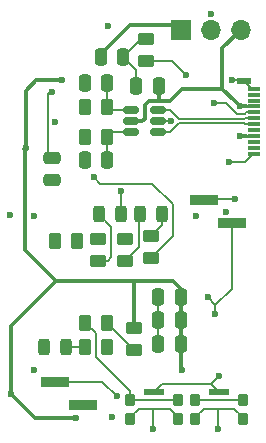
<source format=gbr>
%TF.GenerationSoftware,KiCad,Pcbnew,8.0.1-rc1*%
%TF.CreationDate,2025-05-18T23:27:59-05:00*%
%TF.ProjectId,rfReciever,72665265-6369-4657-9665-722e6b696361,rev?*%
%TF.SameCoordinates,Original*%
%TF.FileFunction,Copper,L1,Top*%
%TF.FilePolarity,Positive*%
%FSLAX46Y46*%
G04 Gerber Fmt 4.6, Leading zero omitted, Abs format (unit mm)*
G04 Created by KiCad (PCBNEW 8.0.1-rc1) date 2025-05-18 23:27:59*
%MOMM*%
%LPD*%
G01*
G04 APERTURE LIST*
G04 Aperture macros list*
%AMRoundRect*
0 Rectangle with rounded corners*
0 $1 Rounding radius*
0 $2 $3 $4 $5 $6 $7 $8 $9 X,Y pos of 4 corners*
0 Add a 4 corners polygon primitive as box body*
4,1,4,$2,$3,$4,$5,$6,$7,$8,$9,$2,$3,0*
0 Add four circle primitives for the rounded corners*
1,1,$1+$1,$2,$3*
1,1,$1+$1,$4,$5*
1,1,$1+$1,$6,$7*
1,1,$1+$1,$8,$9*
0 Add four rect primitives between the rounded corners*
20,1,$1+$1,$2,$3,$4,$5,0*
20,1,$1+$1,$4,$5,$6,$7,0*
20,1,$1+$1,$6,$7,$8,$9,0*
20,1,$1+$1,$8,$9,$2,$3,0*%
G04 Aperture macros list end*
%TA.AperFunction,SMDPad,CuDef*%
%ADD10RoundRect,0.243750X-0.243750X-0.456250X0.243750X-0.456250X0.243750X0.456250X-0.243750X0.456250X0*%
%TD*%
%TA.AperFunction,SMDPad,CuDef*%
%ADD11RoundRect,0.250000X0.262500X0.450000X-0.262500X0.450000X-0.262500X-0.450000X0.262500X-0.450000X0*%
%TD*%
%TA.AperFunction,SMDPad,CuDef*%
%ADD12RoundRect,0.135000X-0.315000X-0.365000X0.315000X-0.365000X0.315000X0.365000X-0.315000X0.365000X0*%
%TD*%
%TA.AperFunction,SMDPad,CuDef*%
%ADD13RoundRect,0.082500X-0.767500X-0.192500X0.767500X-0.192500X0.767500X0.192500X-0.767500X0.192500X0*%
%TD*%
%TA.AperFunction,ComponentPad*%
%ADD14R,1.700000X1.700000*%
%TD*%
%TA.AperFunction,ComponentPad*%
%ADD15O,1.700000X1.700000*%
%TD*%
%TA.AperFunction,SMDPad,CuDef*%
%ADD16RoundRect,0.250000X-0.450000X0.262500X-0.450000X-0.262500X0.450000X-0.262500X0.450000X0.262500X0*%
%TD*%
%TA.AperFunction,SMDPad,CuDef*%
%ADD17RoundRect,0.250000X0.250000X0.475000X-0.250000X0.475000X-0.250000X-0.475000X0.250000X-0.475000X0*%
%TD*%
%TA.AperFunction,SMDPad,CuDef*%
%ADD18RoundRect,0.250000X-0.250000X-0.475000X0.250000X-0.475000X0.250000X0.475000X-0.250000X0.475000X0*%
%TD*%
%TA.AperFunction,SMDPad,CuDef*%
%ADD19RoundRect,0.243750X0.243750X0.456250X-0.243750X0.456250X-0.243750X-0.456250X0.243750X-0.456250X0*%
%TD*%
%TA.AperFunction,SMDPad,CuDef*%
%ADD20RoundRect,0.250000X-0.262500X-0.450000X0.262500X-0.450000X0.262500X0.450000X-0.262500X0.450000X0*%
%TD*%
%TA.AperFunction,SMDPad,CuDef*%
%ADD21R,2.350000X0.850000*%
%TD*%
%TA.AperFunction,SMDPad,CuDef*%
%ADD22RoundRect,0.250000X0.450000X-0.262500X0.450000X0.262500X-0.450000X0.262500X-0.450000X-0.262500X0*%
%TD*%
%TA.AperFunction,SMDPad,CuDef*%
%ADD23RoundRect,0.150000X0.512500X0.150000X-0.512500X0.150000X-0.512500X-0.150000X0.512500X-0.150000X0*%
%TD*%
%TA.AperFunction,SMDPad,CuDef*%
%ADD24RoundRect,0.250000X-0.475000X0.250000X-0.475000X-0.250000X0.475000X-0.250000X0.475000X0.250000X0*%
%TD*%
%TA.AperFunction,SMDPad,CuDef*%
%ADD25R,1.000000X0.298000*%
%TD*%
%TA.AperFunction,SMDPad,CuDef*%
%ADD26R,1.150000X0.630000*%
%TD*%
%TA.AperFunction,ViaPad*%
%ADD27C,0.600000*%
%TD*%
%TA.AperFunction,Conductor*%
%ADD28C,0.200000*%
%TD*%
%TA.AperFunction,Conductor*%
%ADD29C,0.150000*%
%TD*%
%TA.AperFunction,Conductor*%
%ADD30C,0.250000*%
%TD*%
%TA.AperFunction,Conductor*%
%ADD31C,0.360000*%
%TD*%
%TA.AperFunction,Conductor*%
%ADD32C,0.500000*%
%TD*%
%TA.AperFunction,Conductor*%
%ADD33C,0.157500*%
%TD*%
G04 APERTURE END LIST*
D10*
%TO.P,D7,1,K*%
%TO.N,GND*%
X137006600Y-80553200D03*
%TO.P,D7,2,A*%
%TO.N,/RF_D7*%
X138881600Y-80553200D03*
%TD*%
D11*
%TO.P,R7,1*%
%TO.N,/RF_RESET*%
X142312500Y-78500000D03*
%TO.P,R7,2*%
%TO.N,/RF_SW_RESET*%
X140487500Y-78500000D03*
%TD*%
D12*
%TO.P,SW2,1,1*%
%TO.N,/RF_SW_SLEEP*%
X149756250Y-85037500D03*
X153856250Y-85037500D03*
%TO.P,SW2,2,2*%
%TO.N,GND*%
X149756250Y-86637500D03*
X153856250Y-86637500D03*
D13*
%TO.P,SW2,SH,B*%
X151806250Y-84412500D03*
%TD*%
D14*
%TO.P,J4,1,Pin_1*%
%TO.N,+3.3V*%
X148600000Y-53700000D03*
D15*
%TO.P,J4,2,Pin_2*%
%TO.N,GND*%
X151140000Y-53700000D03*
%TO.P,J4,3,Pin_3*%
%TO.N,+5V*%
X153680000Y-53700000D03*
%TD*%
D11*
%TO.P,R15,1*%
%TO.N,/RF_PWM*%
X142294100Y-80553200D03*
%TO.P,R15,2*%
%TO.N,/RF_D7*%
X140469100Y-80553200D03*
%TD*%
D16*
%TO.P,R12,1*%
%TO.N,+3.3V*%
X144581250Y-79000000D03*
%TO.P,R12,2*%
%TO.N,/RF_RESET*%
X144581250Y-80825000D03*
%TD*%
D17*
%TO.P,C10,1*%
%TO.N,+5V*%
X146700000Y-58500000D03*
%TO.P,C10,2*%
%TO.N,GND*%
X144800000Y-58500000D03*
%TD*%
D16*
%TO.P,R18,1*%
%TO.N,/RF_ASSOCIATE*%
X143831250Y-71425000D03*
%TO.P,R18,2*%
%TO.N,/RF_D9*%
X143831250Y-73250000D03*
%TD*%
D17*
%TO.P,C13,1*%
%TO.N,/USB_OUT_D+*%
X142360000Y-58250000D03*
%TO.P,C13,2*%
%TO.N,GND*%
X140460000Y-58250000D03*
%TD*%
D18*
%TO.P,C11,1*%
%TO.N,+3.3V*%
X141800000Y-56000000D03*
%TO.P,C11,2*%
%TO.N,GND*%
X143700000Y-56000000D03*
%TD*%
D19*
%TO.P,D8,1,K*%
%TO.N,GND*%
X143518750Y-69337500D03*
%TO.P,D8,2,A*%
%TO.N,/RF_D8*%
X141643750Y-69337500D03*
%TD*%
D17*
%TO.P,C5,1*%
%TO.N,+3.3V*%
X148581600Y-76303200D03*
%TO.P,C5,2*%
%TO.N,GND*%
X146681600Y-76303200D03*
%TD*%
D20*
%TO.P,R14,1*%
%TO.N,/USBDM*%
X140497500Y-62750000D03*
%TO.P,R14,2*%
%TO.N,/USB_OUT_D-*%
X142322500Y-62750000D03*
%TD*%
D21*
%TO.P,J2,1,Pin_1*%
%TO.N,/RF_TXD*%
X150525000Y-68100000D03*
%TO.P,J2,2,Pin_2*%
%TO.N,/RF_RXD*%
X152875000Y-70100000D03*
%TD*%
D16*
%TO.P,R16,1*%
%TO.N,/RF_DSLEEP*%
X141581250Y-71425000D03*
%TO.P,R16,2*%
%TO.N,/RF_D8*%
X141581250Y-73250000D03*
%TD*%
D22*
%TO.P,R4,1*%
%TO.N,/USB_Identifier*%
X145600000Y-56312500D03*
%TO.P,R4,2*%
%TO.N,GND*%
X145600000Y-54487500D03*
%TD*%
D21*
%TO.P,J3,1,Pin_1*%
%TO.N,/RF_RESET*%
X137950000Y-83500000D03*
%TO.P,J3,2,Pin_2*%
%TO.N,/RF_SLEEP*%
X140300000Y-85500000D03*
%TD*%
D19*
%TO.P,D9,1,K*%
%TO.N,GND*%
X147018750Y-69337500D03*
%TO.P,D9,2,A*%
%TO.N,/RF_D9*%
X145143750Y-69337500D03*
%TD*%
D17*
%TO.P,C12,1*%
%TO.N,/USB_OUT_D-*%
X142360000Y-64750000D03*
%TO.P,C12,2*%
%TO.N,GND*%
X140460000Y-64750000D03*
%TD*%
D22*
%TO.P,R9,1*%
%TO.N,/UART_CTS*%
X146081250Y-73000000D03*
%TO.P,R9,2*%
%TO.N,GND*%
X146081250Y-71175000D03*
%TD*%
D23*
%TO.P,U2,1,I/O1*%
%TO.N,/USBMLXDN*%
X146643250Y-62400000D03*
%TO.P,U2,2,GND*%
%TO.N,GND*%
X146643250Y-61450000D03*
%TO.P,U2,3,I/O2*%
%TO.N,/USBMLXDP*%
X146643250Y-60500000D03*
%TO.P,U2,4,I/O2*%
%TO.N,/USB_OUT_D+*%
X144368250Y-60500000D03*
%TO.P,U2,5,VBUS*%
%TO.N,+5V*%
X144368250Y-61450000D03*
%TO.P,U2,6,I/O1*%
%TO.N,/USB_OUT_D-*%
X144368250Y-62400000D03*
%TD*%
D24*
%TO.P,C2,1*%
%TO.N,/FTDI_RESET*%
X137685000Y-64545000D03*
%TO.P,C2,2*%
%TO.N,GND*%
X137685000Y-66445000D03*
%TD*%
D25*
%TO.P,J1,A1,GND_A1*%
%TO.N,GND*%
X154755750Y-58700000D03*
%TO.P,J1,A2,TX1+*%
%TO.N,unconnected-(J1-TX1+-PadA2)*%
X154755750Y-59200000D03*
%TO.P,J1,A3,TX1-*%
%TO.N,unconnected-(J1-TX1--PadA3)*%
X154755750Y-59700000D03*
%TO.P,J1,A4,VBUS_A4*%
%TO.N,+5V*%
X154755750Y-60200000D03*
%TO.P,J1,A5,CC*%
%TO.N,/USB_Identifier*%
X154755750Y-60700000D03*
%TO.P,J1,A6,D+*%
%TO.N,/USBMLXDP*%
X154755750Y-61200000D03*
%TO.P,J1,A7,D-*%
%TO.N,/USBMLXDN*%
X154755750Y-61700000D03*
%TO.P,J1,A8,SBU1*%
%TO.N,unconnected-(J1-SBU1-PadA8)*%
X154755750Y-62200000D03*
%TO.P,J1,A9,VBUS_A9*%
%TO.N,+5V*%
X154755750Y-62700000D03*
%TO.P,J1,A10,RX2-*%
%TO.N,unconnected-(J1-RX2--PadA10)*%
X154755750Y-63200000D03*
%TO.P,J1,A11,RX2+*%
%TO.N,unconnected-(J1-RX2+-PadA11)*%
X154755750Y-63700000D03*
%TO.P,J1,A12,GND_A12*%
%TO.N,GND*%
X154755750Y-64200000D03*
D26*
%TO.P,J1,SH1,SHIELD1*%
X153915750Y-58030000D03*
%TD*%
D12*
%TO.P,SW1,1,1*%
%TO.N,/RF_SW_RESET*%
X144256250Y-85037500D03*
X148356250Y-85037500D03*
%TO.P,SW1,2,2*%
%TO.N,GND*%
X144256250Y-86637500D03*
X148356250Y-86637500D03*
D13*
%TO.P,SW1,SH,B*%
X146306250Y-84412500D03*
%TD*%
D20*
%TO.P,R19,1*%
%TO.N,/USBDP*%
X140497500Y-60250000D03*
%TO.P,R19,2*%
%TO.N,/USB_OUT_D+*%
X142322500Y-60250000D03*
%TD*%
D17*
%TO.P,C6,1*%
%TO.N,+3.3V*%
X148581600Y-78303200D03*
%TO.P,C6,2*%
%TO.N,GND*%
X146681600Y-78303200D03*
%TD*%
%TO.P,C7,1*%
%TO.N,+3.3V*%
X148581600Y-80303200D03*
%TO.P,C7,2*%
%TO.N,GND*%
X146681600Y-80303200D03*
%TD*%
D11*
%TO.P,R8,1*%
%TO.N,/UART_RTS*%
X139743750Y-71587500D03*
%TO.P,R8,2*%
%TO.N,GND*%
X137918750Y-71587500D03*
%TD*%
D27*
%TO.N,GND*%
X140460000Y-64750000D03*
X142400000Y-53400000D03*
X137685000Y-66445000D03*
X152630000Y-64870000D03*
X151793750Y-83000000D03*
X136134160Y-69446800D03*
X146250000Y-87500000D03*
X137918750Y-71587500D03*
X137006600Y-80553200D03*
X136134160Y-82553200D03*
X142750000Y-86500000D03*
X146681600Y-80303200D03*
X137935000Y-61495000D03*
X152380000Y-69174998D03*
X146081250Y-71175000D03*
X134100000Y-69400000D03*
X147750000Y-61450000D03*
X140460000Y-58250000D03*
X151100000Y-52350000D03*
X151750000Y-87500000D03*
X152900000Y-58000000D03*
X143518750Y-67400000D03*
X149880640Y-69446800D03*
%TO.N,/RF_TXD*%
X153200000Y-68000000D03*
%TO.N,/RF_RXD*%
X151500000Y-77750000D03*
X150875000Y-76375000D03*
%TO.N,/UART_RTS*%
X139743750Y-71587500D03*
%TO.N,/UART_CTS*%
X146081250Y-73000000D03*
X141182500Y-66200000D03*
%TO.N,/RF_SLEEP*%
X140700000Y-85500000D03*
%TO.N,/RF_RESET*%
X144581250Y-80825000D03*
X143131250Y-84750000D03*
%TO.N,/RF_PWM*%
X142294100Y-80553200D03*
%TO.N,/RF_ASSOCIATE*%
X143831250Y-71425000D03*
%TO.N,+5V*%
X146700000Y-58500000D03*
X153600000Y-60200000D03*
X153600000Y-62700000D03*
%TO.N,+3.3V*%
X134219100Y-84553200D03*
X139719100Y-86553200D03*
X148630960Y-82553200D03*
X138500000Y-58000000D03*
X135425000Y-63750000D03*
X141800000Y-56000000D03*
%TO.N,/RF_SW_SLEEP*%
X149756250Y-85037500D03*
%TO.N,/RF_DSLEEP*%
X141581250Y-71425000D03*
%TO.N,/USBDM*%
X140497500Y-62750000D03*
%TO.N,/USBDP*%
X140497500Y-60250000D03*
%TO.N,/FTDI_RESET*%
X137685000Y-64545000D03*
X137685000Y-58995000D03*
%TO.N,/USB_Identifier*%
X149040000Y-57560000D03*
X151400000Y-59900000D03*
%TD*%
D28*
%TO.N,GND*%
X154546974Y-64355819D02*
X154546974Y-64355793D01*
X148356250Y-86525472D02*
X148356250Y-86637500D01*
X151750000Y-85783500D02*
X153114278Y-85783500D01*
D29*
X154585750Y-58700000D02*
X153915750Y-58030000D01*
D28*
X154652775Y-64250000D02*
X154697994Y-64204773D01*
X149756250Y-86637500D02*
X149756250Y-86525472D01*
X154602056Y-58716306D02*
X154748994Y-58716306D01*
X154697994Y-64204773D02*
X154748975Y-64183649D01*
X153856250Y-86525472D02*
X153856250Y-86637500D01*
X144800000Y-57100000D02*
X143700000Y-56000000D01*
X143700000Y-56000000D02*
X145212500Y-54487500D01*
X151093750Y-83700000D02*
X151293750Y-83900000D01*
X150498222Y-85783500D02*
X151750000Y-85783500D01*
X147750000Y-61450000D02*
X146643250Y-61450000D01*
X151750000Y-85783500D02*
X151750000Y-87500000D01*
X153885750Y-58000000D02*
X153915750Y-58030000D01*
X146681600Y-78303200D02*
X146681600Y-80303200D01*
X144256250Y-86525472D02*
X144998222Y-85783500D01*
D29*
X143518750Y-67400000D02*
X143518750Y-69337500D01*
D28*
X143700000Y-56000000D02*
X143700000Y-56000000D01*
X149756250Y-86525472D02*
X150498222Y-85783500D01*
X144998222Y-85783500D02*
X146250000Y-85783500D01*
X146250000Y-85783500D02*
X147614278Y-85783500D01*
D29*
X154755750Y-58700000D02*
X154585750Y-58700000D01*
D28*
X146306250Y-84412500D02*
X147018750Y-83700000D01*
X154032793Y-64870000D02*
X154546974Y-64355819D01*
X144800000Y-58500000D02*
X144800000Y-57100000D01*
X146250000Y-87500000D02*
X146250000Y-85783500D01*
X144256250Y-86637500D02*
X144256250Y-86525472D01*
X152900000Y-58000000D02*
X153885750Y-58000000D01*
X151793750Y-83000000D02*
X151093750Y-83700000D01*
X154546974Y-64355793D02*
X154697994Y-64204773D01*
X153114278Y-85783500D02*
X153856250Y-86525472D01*
X147018750Y-83700000D02*
X151093750Y-83700000D01*
X147018750Y-70237500D02*
X146081250Y-71175000D01*
X152630000Y-64870000D02*
X154032793Y-64870000D01*
X144118750Y-86500000D02*
X144256250Y-86637500D01*
X146681600Y-76303200D02*
X146681600Y-78303200D01*
X151293750Y-83900000D02*
X151806250Y-84412500D01*
X147018750Y-69337500D02*
X147018750Y-70237500D01*
X145212500Y-54487500D02*
X145600000Y-54487500D01*
X149750000Y-86637500D02*
X149756250Y-86637500D01*
X147614278Y-85783500D02*
X148356250Y-86525472D01*
%TO.N,/RF_TXD*%
X150625000Y-68000000D02*
X150525000Y-68100000D01*
X153200000Y-68000000D02*
X150625000Y-68000000D01*
D29*
%TO.N,/RF_RXD*%
X151500000Y-77000000D02*
X151500000Y-77750000D01*
X152875000Y-75625000D02*
X151500000Y-77000000D01*
X150875000Y-76375000D02*
X151500000Y-77000000D01*
X152875000Y-70100000D02*
X152875000Y-75625000D01*
D28*
%TO.N,/UART_CTS*%
X147900000Y-68500000D02*
X147900000Y-71181250D01*
X146150000Y-66750000D02*
X147900000Y-68500000D01*
X141182500Y-66200000D02*
X141732500Y-66750000D01*
X141732500Y-66750000D02*
X146150000Y-66750000D01*
X147900000Y-71181250D02*
X146081250Y-73000000D01*
D29*
%TO.N,/RF_RESET*%
X143131250Y-84750000D02*
X141881250Y-83500000D01*
D28*
X142243750Y-78500000D02*
X142312500Y-78500000D01*
X142081250Y-78662500D02*
X142243750Y-78500000D01*
X142312500Y-78556250D02*
X144581250Y-80825000D01*
D29*
X141881250Y-83500000D02*
X137950000Y-83500000D01*
D28*
X142312500Y-78500000D02*
X142312500Y-78556250D01*
D30*
%TO.N,+5V*%
X154755750Y-60200000D02*
X154100000Y-60200000D01*
X154755750Y-62700000D02*
X154100000Y-62700000D01*
D31*
X153600000Y-62700000D02*
X154100000Y-62700000D01*
X148700000Y-58700000D02*
X147650000Y-59750000D01*
X146750000Y-59750000D02*
X145850000Y-59750000D01*
X152100000Y-55280000D02*
X152100000Y-58700000D01*
X145500000Y-60100000D02*
X145500000Y-61250000D01*
X153680000Y-53700000D02*
X152100000Y-55280000D01*
X145850000Y-59750000D02*
X145500000Y-60100000D01*
X153600000Y-60200000D02*
X153150000Y-59750000D01*
X152100000Y-58700000D02*
X153150000Y-59750000D01*
X146750000Y-59750000D02*
X146750000Y-58550000D01*
X146750000Y-58550000D02*
X146700000Y-58500000D01*
X154100000Y-60200000D02*
X153600000Y-60200000D01*
X145300000Y-61450000D02*
X144368250Y-61450000D01*
X152100000Y-58700000D02*
X148700000Y-58700000D01*
X145500000Y-61250000D02*
X145300000Y-61450000D01*
X147650000Y-59750000D02*
X146750000Y-59750000D01*
%TO.N,+3.3V*%
X135400000Y-72368320D02*
X135384160Y-72384160D01*
X148200000Y-53300000D02*
X148600000Y-53700000D01*
X136351533Y-58000000D02*
X135425000Y-58926533D01*
X135384160Y-72384160D02*
X138000000Y-75000000D01*
X144300000Y-53300000D02*
X148200000Y-53300000D01*
X148581600Y-80303200D02*
X148581600Y-82503840D01*
D32*
X135425000Y-63750000D02*
X135400000Y-63775000D01*
D31*
X135400000Y-63775000D02*
X135400000Y-72368320D01*
X148581600Y-76303200D02*
X148581600Y-78303200D01*
X138500000Y-58000000D02*
X136351533Y-58000000D01*
X141800000Y-55800000D02*
X144300000Y-53300000D01*
X135425000Y-58926533D02*
X135425000Y-63750000D01*
X148581600Y-78303200D02*
X148581600Y-80303200D01*
X141800000Y-56000000D02*
X141800000Y-55800000D01*
X138000000Y-75000000D02*
X147900000Y-75000000D01*
X134219100Y-78780900D02*
X134219100Y-84553200D01*
X148581600Y-75681600D02*
X148581600Y-76303200D01*
X136219100Y-86553200D02*
X134219100Y-84553200D01*
X139719100Y-86553200D02*
X136219100Y-86553200D01*
X138000000Y-75000000D02*
X134219100Y-78780900D01*
X147900000Y-75000000D02*
X148581600Y-75681600D01*
X144581250Y-79000000D02*
X144581250Y-75081250D01*
X148581600Y-82503840D02*
X148630960Y-82553200D01*
D28*
%TO.N,/RF_D7*%
X140469100Y-80553200D02*
X138881600Y-80553200D01*
%TO.N,/RF_D8*%
X142700000Y-72968750D02*
X142700000Y-70393750D01*
X142418750Y-73250000D02*
X142700000Y-72968750D01*
X141581250Y-73250000D02*
X142418750Y-73250000D01*
X142700000Y-70393750D02*
X141643750Y-69337500D01*
%TO.N,/RF_D9*%
X145000000Y-69481250D02*
X145143750Y-69337500D01*
X145000000Y-72081250D02*
X145000000Y-69481250D01*
X143831250Y-73250000D02*
X145000000Y-72081250D01*
%TO.N,/USB_OUT_D+*%
X142322500Y-60250000D02*
X142572500Y-60500000D01*
D29*
X142360000Y-60212500D02*
X142322500Y-60250000D01*
X142360000Y-58250000D02*
X142360000Y-60212500D01*
D33*
X144368250Y-60500000D02*
X142572500Y-60500000D01*
D29*
%TO.N,/USB_OUT_D-*%
X142322500Y-64712500D02*
X142360000Y-64750000D01*
X142322500Y-62750000D02*
X142322500Y-64712500D01*
D33*
X144368250Y-62400000D02*
X142672500Y-62400000D01*
D28*
X142322500Y-62750000D02*
X142672500Y-62400000D01*
%TO.N,/RF_SW_RESET*%
X144256250Y-84262500D02*
X141400000Y-81406250D01*
X148356250Y-85037500D02*
X144256250Y-85037500D01*
X141400000Y-79412500D02*
X140487500Y-78500000D01*
X141400000Y-81406250D02*
X141400000Y-79412500D01*
X144256250Y-85037500D02*
X143943750Y-85350000D01*
X144256250Y-85037500D02*
X144256250Y-84262500D01*
%TO.N,/RF_SW_SLEEP*%
X153856250Y-85037500D02*
X149756250Y-85037500D01*
D33*
%TO.N,/USBMLXDN*%
X148408251Y-61628750D02*
X147637001Y-62400000D01*
X153934499Y-61628750D02*
X148408251Y-61628750D01*
X147637001Y-62400000D02*
X146643250Y-62400000D01*
X154755750Y-61700000D02*
X154005749Y-61700000D01*
X154005749Y-61700000D02*
X153934499Y-61628750D01*
%TO.N,/USBMLXDP*%
X147637001Y-60500000D02*
X146643250Y-60500000D01*
X154755750Y-61200000D02*
X154005749Y-61200000D01*
X153934499Y-61271250D02*
X148408251Y-61271250D01*
X154005749Y-61200000D02*
X153934499Y-61271250D01*
X148408251Y-61271250D02*
X147637001Y-60500000D01*
D29*
%TO.N,/FTDI_RESET*%
X137500000Y-58995000D02*
X137360000Y-59135000D01*
X137685000Y-58995000D02*
X137500000Y-58995000D01*
X137360000Y-64220000D02*
X137685000Y-64545000D01*
X137360000Y-59135000D02*
X137360000Y-64220000D01*
%TO.N,/USB_Identifier*%
X154105750Y-60700000D02*
X154755750Y-60700000D01*
X153300000Y-60800000D02*
X154005750Y-60800000D01*
X152400000Y-59900000D02*
X153300000Y-60800000D01*
X151400000Y-59900000D02*
X152400000Y-59900000D01*
X147792500Y-56312500D02*
X145600000Y-56312500D01*
X154005750Y-60800000D02*
X154105750Y-60700000D01*
X149040000Y-57560000D02*
X147792500Y-56312500D01*
%TD*%
M02*

</source>
